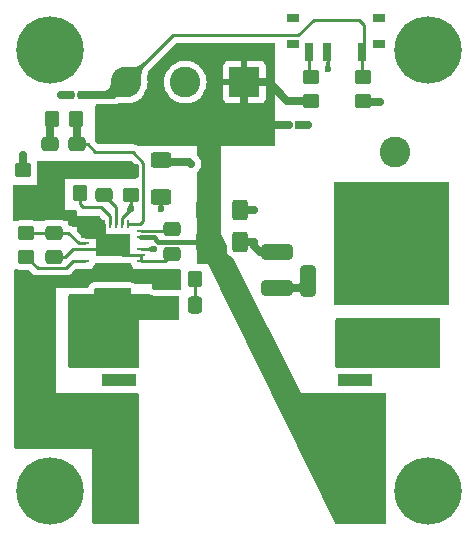
<source format=gbr>
%TF.GenerationSoftware,KiCad,Pcbnew,8.0.3-8.0.3-0~ubuntu22.04.1*%
%TF.CreationDate,2024-06-24T08:31:55-07:00*%
%TF.ProjectId,converter,636f6e76-6572-4746-9572-2e6b69636164,0.1*%
%TF.SameCoordinates,Original*%
%TF.FileFunction,Copper,L1,Top*%
%TF.FilePolarity,Positive*%
%FSLAX46Y46*%
G04 Gerber Fmt 4.6, Leading zero omitted, Abs format (unit mm)*
G04 Created by KiCad (PCBNEW 8.0.3-8.0.3-0~ubuntu22.04.1) date 2024-06-24 08:31:55*
%MOMM*%
%LPD*%
G01*
G04 APERTURE LIST*
G04 Aperture macros list*
%AMRoundRect*
0 Rectangle with rounded corners*
0 $1 Rounding radius*
0 $2 $3 $4 $5 $6 $7 $8 $9 X,Y pos of 4 corners*
0 Add a 4 corners polygon primitive as box body*
4,1,4,$2,$3,$4,$5,$6,$7,$8,$9,$2,$3,0*
0 Add four circle primitives for the rounded corners*
1,1,$1+$1,$2,$3*
1,1,$1+$1,$4,$5*
1,1,$1+$1,$6,$7*
1,1,$1+$1,$8,$9*
0 Add four rect primitives between the rounded corners*
20,1,$1+$1,$2,$3,$4,$5,0*
20,1,$1+$1,$4,$5,$6,$7,0*
20,1,$1+$1,$6,$7,$8,$9,0*
20,1,$1+$1,$8,$9,$2,$3,0*%
G04 Aperture macros list end*
%TA.AperFunction,SMDPad,CuDef*%
%ADD10RoundRect,0.250000X-0.400000X-0.625000X0.400000X-0.625000X0.400000X0.625000X-0.400000X0.625000X0*%
%TD*%
%TA.AperFunction,SMDPad,CuDef*%
%ADD11RoundRect,0.250000X-0.625000X0.400000X-0.625000X-0.400000X0.625000X-0.400000X0.625000X0.400000X0*%
%TD*%
%TA.AperFunction,SMDPad,CuDef*%
%ADD12RoundRect,0.250000X-0.475000X0.337500X-0.475000X-0.337500X0.475000X-0.337500X0.475000X0.337500X0*%
%TD*%
%TA.AperFunction,ComponentPad*%
%ADD13R,2.600000X2.600000*%
%TD*%
%TA.AperFunction,ComponentPad*%
%ADD14C,2.600000*%
%TD*%
%TA.AperFunction,SMDPad,CuDef*%
%ADD15R,0.700000X0.250000*%
%TD*%
%TA.AperFunction,SMDPad,CuDef*%
%ADD16R,0.250000X0.700000*%
%TD*%
%TA.AperFunction,SMDPad,CuDef*%
%ADD17R,3.000000X1.880000*%
%TD*%
%TA.AperFunction,SMDPad,CuDef*%
%ADD18R,3.000000X1.530000*%
%TD*%
%TA.AperFunction,SMDPad,CuDef*%
%ADD19RoundRect,0.250000X0.475000X-0.337500X0.475000X0.337500X-0.475000X0.337500X-0.475000X-0.337500X0*%
%TD*%
%TA.AperFunction,SMDPad,CuDef*%
%ADD20RoundRect,0.250000X0.350000X0.450000X-0.350000X0.450000X-0.350000X-0.450000X0.350000X-0.450000X0*%
%TD*%
%TA.AperFunction,SMDPad,CuDef*%
%ADD21RoundRect,0.050000X0.150000X0.300000X-0.150000X0.300000X-0.150000X-0.300000X0.150000X-0.300000X0*%
%TD*%
%TA.AperFunction,SMDPad,CuDef*%
%ADD22RoundRect,0.250000X-0.900000X1.500000X-0.900000X-1.500000X0.900000X-1.500000X0.900000X1.500000X0*%
%TD*%
%TA.AperFunction,SMDPad,CuDef*%
%ADD23RoundRect,0.250000X-0.300000X-0.300000X0.300000X-0.300000X0.300000X0.300000X-0.300000X0.300000X0*%
%TD*%
%TA.AperFunction,ComponentPad*%
%ADD24C,3.600000*%
%TD*%
%TA.AperFunction,ConnectorPad*%
%ADD25C,5.700000*%
%TD*%
%TA.AperFunction,SMDPad,CuDef*%
%ADD26RoundRect,0.250000X-0.450000X0.350000X-0.450000X-0.350000X0.450000X-0.350000X0.450000X0.350000X0*%
%TD*%
%TA.AperFunction,SMDPad,CuDef*%
%ADD27RoundRect,0.050000X-0.150000X-0.300000X0.150000X-0.300000X0.150000X0.300000X-0.150000X0.300000X0*%
%TD*%
%TA.AperFunction,SMDPad,CuDef*%
%ADD28RoundRect,0.250000X0.337500X0.475000X-0.337500X0.475000X-0.337500X-0.475000X0.337500X-0.475000X0*%
%TD*%
%TA.AperFunction,SMDPad,CuDef*%
%ADD29RoundRect,0.250000X0.450000X-0.350000X0.450000X0.350000X-0.450000X0.350000X-0.450000X-0.350000X0*%
%TD*%
%TA.AperFunction,SMDPad,CuDef*%
%ADD30R,2.950000X1.000000*%
%TD*%
%TA.AperFunction,SMDPad,CuDef*%
%ADD31R,1.000000X0.800000*%
%TD*%
%TA.AperFunction,SMDPad,CuDef*%
%ADD32R,0.700000X1.500000*%
%TD*%
%TA.AperFunction,SMDPad,CuDef*%
%ADD33RoundRect,0.250000X0.400000X1.075000X-0.400000X1.075000X-0.400000X-1.075000X0.400000X-1.075000X0*%
%TD*%
%TA.AperFunction,SMDPad,CuDef*%
%ADD34RoundRect,0.250000X-0.350000X-0.450000X0.350000X-0.450000X0.350000X0.450000X-0.350000X0.450000X0*%
%TD*%
%TA.AperFunction,SMDPad,CuDef*%
%ADD35RoundRect,0.250000X1.075000X-0.400000X1.075000X0.400000X-1.075000X0.400000X-1.075000X-0.400000X0*%
%TD*%
%TA.AperFunction,ViaPad*%
%ADD36C,0.600000*%
%TD*%
%TA.AperFunction,Conductor*%
%ADD37C,0.254000*%
%TD*%
%TA.AperFunction,Conductor*%
%ADD38C,0.635000*%
%TD*%
%TA.AperFunction,Conductor*%
%ADD39C,0.381000*%
%TD*%
G04 APERTURE END LIST*
D10*
%TO.P,C1,1*%
%TO.N,+5V*%
X99337000Y-66802000D03*
%TO.P,C1,2*%
%TO.N,GND*%
X102437000Y-66802000D03*
%TD*%
D11*
%TO.P,R8,1*%
%TO.N,HV*%
X95758000Y-59918000D03*
%TO.P,R8,2*%
%TO.N,Net-(U1-FBX)*%
X95758000Y-63018000D03*
%TD*%
D12*
%TO.P,C5,1*%
%TO.N,Net-(C5-Pad1)*%
X86360000Y-58525500D03*
%TO.P,C5,2*%
%TO.N,Net-(U1-SYNC)*%
X86360000Y-60600500D03*
%TD*%
D13*
%TO.P,J2,1,Pin_1*%
%TO.N,HV*%
X115570000Y-64222000D03*
D14*
%TO.P,J2,2,Pin_2*%
%TO.N,GND*%
X115570000Y-59222000D03*
%TD*%
D15*
%TO.P,U1,1,NC*%
%TO.N,Net-(U1-SYNC)*%
X89266000Y-65928000D03*
%TO.P,U1,2,NC*%
X89266000Y-66428000D03*
%TO.P,U1,3,SENSE2*%
%TO.N,Net-(U1-SENSE2)*%
X89266000Y-66928000D03*
%TO.P,U1,4,SGND*%
%TO.N,Net-(U1-SYNC)*%
X89266000Y-67428000D03*
%TO.P,U1,6,SENSE1*%
%TO.N,Net-(U1-SENSE1)*%
X89266000Y-68428000D03*
%TO.P,U1,8,SW*%
%TO.N,Net-(D3-K)*%
X89266000Y-69428000D03*
%TO.P,U1,9,SW*%
X89266000Y-69928000D03*
%TO.P,U1,10,NC*%
X89266000Y-70428000D03*
D16*
%TO.P,U1,12,GND*%
%TO.N,GND*%
X90416000Y-71078000D03*
%TO.P,U1,13,GND*%
X90916000Y-71078000D03*
%TO.P,U1,14,GND*%
X91416000Y-71078000D03*
%TO.P,U1,15,GND*%
X91916000Y-71078000D03*
%TO.P,U1,16,GND*%
X92416000Y-71078000D03*
%TO.P,U1,17,GND*%
X92916000Y-71078000D03*
D15*
%TO.P,U1,20,SW*%
%TO.N,Net-(D3-K)*%
X94066000Y-69928000D03*
%TO.P,U1,21,SW*%
X94066000Y-69428000D03*
%TO.P,U1,23,SGND*%
%TO.N,Net-(U1-SYNC)*%
X94066000Y-68428000D03*
%TO.P,U1,24,SGND*%
X94066000Y-67928000D03*
%TO.P,U1,25,EN/UVLO*%
%TO.N,UVLO*%
X94066000Y-67428000D03*
%TO.P,U1,27,VIN*%
%TO.N,+5V*%
X94066000Y-66428000D03*
%TO.P,U1,28,INTVCC*%
%TO.N,Net-(U1-INTVCC)*%
X94066000Y-65928000D03*
D16*
%TO.P,U1,30,VC*%
%TO.N,Net-(U1-VC)*%
X92916000Y-65278000D03*
%TO.P,U1,31,FBX*%
%TO.N,Net-(U1-FBX)*%
X92416000Y-65278000D03*
%TO.P,U1,32,SS*%
%TO.N,Net-(U1-SS)*%
X91916000Y-65278000D03*
%TO.P,U1,33,RT*%
%TO.N,Net-(U1-RT)*%
X91416000Y-65278000D03*
%TO.P,U1,34,SYNC*%
%TO.N,Net-(U1-SYNC)*%
X90916000Y-65278000D03*
%TO.P,U1,35,NC*%
X90416000Y-65278000D03*
%TO.P,U1,36,NC*%
X89916000Y-65278000D03*
D17*
%TO.P,U1,37,SGND*%
X91666000Y-67118000D03*
D18*
%TO.P,U1,38,SW*%
%TO.N,Net-(D3-K)*%
X91666000Y-69423000D03*
%TD*%
D19*
%TO.P,C3,1*%
%TO.N,Net-(U1-SS)*%
X90932000Y-62865000D03*
%TO.P,C3,2*%
%TO.N,Net-(U1-SYNC)*%
X90932000Y-60790000D03*
%TD*%
D20*
%TO.P,R4,1*%
%TO.N,Net-(U1-RT)*%
X88884000Y-62716500D03*
%TO.P,R4,2*%
%TO.N,Net-(U1-SYNC)*%
X86884000Y-62716500D03*
%TD*%
D21*
%TO.P,D2,1,A1*%
%TO.N,HVEN*%
X88869000Y-54356000D03*
%TO.P,D2,2,A2*%
%TO.N,GND*%
X88169000Y-54356000D03*
%TD*%
D22*
%TO.P,D4,1,K*%
%TO.N,HV*%
X117094000Y-69944000D03*
%TO.P,D4,2,A*%
%TO.N,Net-(D4-A)*%
X117094000Y-75344000D03*
%TD*%
D12*
%TO.P,C7,1*%
%TO.N,Net-(U1-INTVCC)*%
X96672400Y-65764500D03*
%TO.P,C7,2*%
%TO.N,Net-(U1-SYNC)*%
X96672400Y-67839500D03*
%TD*%
D23*
%TO.P,D3,1,K*%
%TO.N,Net-(D3-K)*%
X85976000Y-75184000D03*
%TO.P,D3,2,A*%
%TO.N,GND*%
X88776000Y-75184000D03*
%TD*%
D24*
%TO.P,H3,1*%
%TO.N,N/C*%
X86360000Y-50546000D03*
D25*
X86360000Y-50546000D03*
%TD*%
D26*
%TO.P,R2,1*%
%TO.N,HVEN*%
X112814000Y-52864000D03*
%TO.P,R2,2*%
%TO.N,GND*%
X112814000Y-54864000D03*
%TD*%
D27*
%TO.P,D1,1,A1*%
%TO.N,+5V*%
X106584000Y-56896000D03*
%TO.P,D1,2,A2*%
%TO.N,GND*%
X107284000Y-56896000D03*
%TD*%
D20*
%TO.P,R6,1*%
%TO.N,Net-(U1-VC)*%
X88503000Y-56388000D03*
%TO.P,R6,2*%
%TO.N,Net-(C5-Pad1)*%
X86503000Y-56388000D03*
%TD*%
D12*
%TO.P,C8,1*%
%TO.N,Net-(U1-SENSE2)*%
X86692000Y-66040000D03*
%TO.P,C8,2*%
%TO.N,Net-(U1-SYNC)*%
X86692000Y-68115000D03*
%TD*%
D28*
%TO.P,C6,1*%
%TO.N,Net-(C6-Pad1)*%
X98651500Y-72136000D03*
%TO.P,C6,2*%
%TO.N,GND*%
X96576500Y-72136000D03*
%TD*%
D24*
%TO.P,H2,1*%
%TO.N,N/C*%
X118364000Y-87884000D03*
D25*
X118364000Y-87884000D03*
%TD*%
D29*
%TO.P,R9,1*%
%TO.N,Net-(U1-FBX)*%
X93218000Y-62849000D03*
%TO.P,R9,2*%
%TO.N,Net-(U1-SYNC)*%
X93218000Y-60849000D03*
%TD*%
D26*
%TO.P,R1,1*%
%TO.N,Net-(SW1-C)*%
X108458000Y-52873400D03*
%TO.P,R1,2*%
%TO.N,+5V*%
X108458000Y-54873400D03*
%TD*%
D29*
%TO.P,R7,1*%
%TO.N,Net-(U1-SENSE1)*%
X84328000Y-68077500D03*
%TO.P,R7,2*%
%TO.N,Net-(U1-SENSE2)*%
X84328000Y-66077500D03*
%TD*%
D30*
%TO.P,TR1,1*%
%TO.N,GND*%
X92219000Y-76046000D03*
%TO.P,TR1,2*%
%TO.N,N/C*%
X92219000Y-78546000D03*
%TO.P,TR1,3*%
%TO.N,Net-(D3-K)*%
X92219000Y-81046000D03*
%TO.P,TR1,4*%
X92219000Y-83546000D03*
%TO.P,TR1,5*%
X92219000Y-86046000D03*
%TO.P,TR1,6*%
X92219000Y-88546000D03*
%TO.P,TR1,7*%
%TO.N,+5V*%
X112169000Y-88546000D03*
%TO.P,TR1,8*%
X112169000Y-86046000D03*
%TO.P,TR1,9*%
X112169000Y-83546000D03*
%TO.P,TR1,10*%
X112169000Y-81046000D03*
%TO.P,TR1,11*%
%TO.N,N/C*%
X112169000Y-78546000D03*
%TO.P,TR1,12*%
%TO.N,Net-(D4-A)*%
X112169000Y-76046000D03*
%TD*%
D31*
%TO.P,SW1,*%
%TO.N,*%
X114176000Y-50056000D03*
X114176000Y-47846000D03*
X106876000Y-50056000D03*
X106876000Y-47846000D03*
D32*
%TO.P,SW1,1,A*%
%TO.N,HVEN*%
X112776000Y-50706000D03*
%TO.P,SW1,2,B*%
%TO.N,UVLO*%
X109776000Y-50706000D03*
%TO.P,SW1,3,C*%
%TO.N,Net-(SW1-C)*%
X108276000Y-50706000D03*
%TD*%
D10*
%TO.P,C2,1*%
%TO.N,+5V*%
X99337000Y-64135000D03*
%TO.P,C2,2*%
%TO.N,GND*%
X102437000Y-64135000D03*
%TD*%
D12*
%TO.P,C4,1*%
%TO.N,Net-(U1-VC)*%
X88646000Y-58525500D03*
%TO.P,C4,2*%
%TO.N,Net-(U1-SYNC)*%
X88646000Y-60600500D03*
%TD*%
D13*
%TO.P,J1,1,Pin_1*%
%TO.N,+5V*%
X102790000Y-53289000D03*
D14*
%TO.P,J1,2,Pin_2*%
%TO.N,GND*%
X97790000Y-53289000D03*
%TO.P,J1,3,Pin_3*%
%TO.N,HVEN*%
X92790000Y-53289000D03*
%TD*%
D33*
%TO.P,C9,1*%
%TO.N,HV*%
X111278000Y-70104000D03*
%TO.P,C9,2*%
%TO.N,Net-(C10-Pad1)*%
X108178000Y-70104000D03*
%TD*%
D34*
%TO.P,R5,1*%
%TO.N,Net-(D3-K)*%
X96614000Y-69977000D03*
%TO.P,R5,2*%
%TO.N,Net-(C6-Pad1)*%
X98614000Y-69977000D03*
%TD*%
D24*
%TO.P,H4,1*%
%TO.N,N/C*%
X118364000Y-50546000D03*
D25*
X118364000Y-50546000D03*
%TD*%
D35*
%TO.P,C10,1*%
%TO.N,Net-(C10-Pad1)*%
X105537000Y-70765000D03*
%TO.P,C10,2*%
%TO.N,GND*%
X105537000Y-67665000D03*
%TD*%
D26*
%TO.P,R3,1*%
%TO.N,+5V*%
X84074000Y-60700500D03*
%TO.P,R3,2*%
%TO.N,Net-(U1-SYNC)*%
X84074000Y-62700500D03*
%TD*%
D24*
%TO.P,H1,1*%
%TO.N,N/C*%
X86360000Y-87884000D03*
D25*
X86360000Y-87884000D03*
%TD*%
D36*
%TO.N,GND*%
X88519000Y-71755000D03*
X88519000Y-76962000D03*
X95250000Y-73025000D03*
X88519000Y-73533000D03*
X108204000Y-56896000D03*
X93218000Y-75057000D03*
X87249000Y-54356000D03*
X103632000Y-64135000D03*
X90932000Y-76962000D03*
X95250000Y-71755000D03*
X114300000Y-54991000D03*
X93218000Y-71755000D03*
X103632000Y-66802000D03*
X93218000Y-76962000D03*
X93218000Y-73533000D03*
X90932000Y-73533000D03*
X90932000Y-71755000D03*
X90932000Y-75057000D03*
%TO.N,+5V*%
X84074000Y-59436000D03*
%TO.N,HV*%
X98298000Y-60198000D03*
%TO.N,Net-(U1-FBX)*%
X95758000Y-64008000D03*
X93218000Y-64008000D03*
%TO.N,UVLO*%
X95123000Y-67437000D03*
X109855000Y-52197000D03*
%TD*%
D37*
%TO.N,GND*%
X90416000Y-71078000D02*
X92916000Y-71078000D01*
D38*
X108204000Y-56896000D02*
X107401500Y-56896000D01*
X114300000Y-54991000D02*
X112941000Y-54991000D01*
X112941000Y-54991000D02*
X112814000Y-54864000D01*
X87249000Y-54356000D02*
X88151500Y-54356000D01*
X103632000Y-67183000D02*
X104114000Y-67665000D01*
X103632000Y-64135000D02*
X102362000Y-64135000D01*
X103632000Y-66802000D02*
X102362000Y-66802000D01*
X103632000Y-66802000D02*
X103632000Y-67183000D01*
X104114000Y-67665000D02*
X105537000Y-67665000D01*
D39*
%TO.N,+5V*%
X99412000Y-66802000D02*
X95478600Y-66802000D01*
X95478600Y-66802000D02*
X95122100Y-66445500D01*
D38*
X108458000Y-54873400D02*
X106435400Y-54873400D01*
X104851000Y-53289000D02*
X102790000Y-53289000D01*
X103632000Y-56896000D02*
X106566500Y-56896000D01*
X99337000Y-66802000D02*
X99337000Y-64135000D01*
D39*
X95122100Y-66445500D02*
X94083500Y-66445500D01*
D38*
X106435400Y-54873400D02*
X104851000Y-53289000D01*
X102790000Y-53289000D02*
X102790000Y-56054000D01*
X84074000Y-59436000D02*
X84074000Y-60700500D01*
X102790000Y-56054000D02*
X103632000Y-56896000D01*
D37*
%TO.N,Net-(U1-SS)*%
X91916000Y-65278000D02*
X91916000Y-63849000D01*
X91916000Y-63849000D02*
X90932000Y-62865000D01*
%TO.N,Net-(U1-SYNC)*%
X88274000Y-67428000D02*
X87587000Y-68115000D01*
X94066000Y-68428000D02*
X96083900Y-68428000D01*
X90916000Y-66368000D02*
X90916000Y-65278000D01*
D38*
X90932000Y-60790000D02*
X93159000Y-60790000D01*
D37*
X91356000Y-67428000D02*
X91666000Y-67118000D01*
X94066000Y-67928000D02*
X92476000Y-67928000D01*
X96083900Y-68428000D02*
X96672400Y-67839500D01*
X89266000Y-66428000D02*
X90976000Y-66428000D01*
X90976000Y-66428000D02*
X91666000Y-67118000D01*
X90916000Y-65278000D02*
X90416000Y-65278000D01*
X94066000Y-68428000D02*
X94066000Y-67928000D01*
X90416000Y-65278000D02*
X89916000Y-65278000D01*
X91666000Y-67118000D02*
X90916000Y-66368000D01*
X89266000Y-66428000D02*
X89266000Y-65928000D01*
D38*
X90742500Y-60600500D02*
X90932000Y-60790000D01*
D37*
X89266000Y-67428000D02*
X91356000Y-67428000D01*
D38*
X86360000Y-60600500D02*
X88646000Y-60600500D01*
X88646000Y-60600500D02*
X90742500Y-60600500D01*
D37*
X87587000Y-68115000D02*
X86692000Y-68115000D01*
X92476000Y-67928000D02*
X91666000Y-67118000D01*
D38*
X93159000Y-60790000D02*
X93218000Y-60849000D01*
D37*
X89266000Y-67428000D02*
X88274000Y-67428000D01*
X84090000Y-62716500D02*
X84074000Y-62700500D01*
%TO.N,Net-(U1-VC)*%
X89513500Y-58525500D02*
X88646000Y-58525500D01*
X92916000Y-65278000D02*
X93980000Y-65278000D01*
X94245000Y-65013000D02*
X94245000Y-60101454D01*
X93980000Y-65278000D02*
X94245000Y-65013000D01*
X93325546Y-59182000D02*
X90170000Y-59182000D01*
X94245000Y-60101454D02*
X93325546Y-59182000D01*
X90170000Y-59182000D02*
X89513500Y-58525500D01*
D38*
X88646000Y-58525500D02*
X88646000Y-56531000D01*
X88646000Y-56531000D02*
X88503000Y-56388000D01*
%TO.N,Net-(C5-Pad1)*%
X86360000Y-56531000D02*
X86503000Y-56388000D01*
X86360000Y-58525500D02*
X86360000Y-56531000D01*
D37*
%TO.N,Net-(C6-Pad1)*%
X98651500Y-72136000D02*
X98651500Y-70014500D01*
X98651500Y-70014500D02*
X98614000Y-69977000D01*
%TO.N,Net-(U1-INTVCC)*%
X96508900Y-65928000D02*
X96672400Y-65764500D01*
X94066000Y-65928000D02*
X96508900Y-65928000D01*
%TO.N,Net-(U1-SENSE2)*%
X88772000Y-66928000D02*
X87884000Y-66040000D01*
X87884000Y-66040000D02*
X86692000Y-66040000D01*
X89266000Y-66928000D02*
X88772000Y-66928000D01*
X84365500Y-66040000D02*
X84328000Y-66077500D01*
X86692000Y-66040000D02*
X84365500Y-66040000D01*
D38*
%TO.N,Net-(C10-Pad1)*%
X107517000Y-70765000D02*
X108178000Y-70104000D01*
X105537000Y-70765000D02*
X107517000Y-70765000D01*
%TO.N,HV*%
X98118000Y-60018000D02*
X98298000Y-60198000D01*
X95758000Y-60018000D02*
X98118000Y-60018000D01*
D37*
%TO.N,Net-(SW1-C)*%
X108276000Y-52691400D02*
X108458000Y-52873400D01*
X108276000Y-50706000D02*
X108276000Y-52691400D01*
D38*
%TO.N,HVEN*%
X92790000Y-53289000D02*
X92761000Y-53289000D01*
D37*
X112776000Y-52826000D02*
X112814000Y-52864000D01*
X107367616Y-49321692D02*
X108650308Y-48039000D01*
X96757308Y-49321692D02*
X107367616Y-49321692D01*
D38*
X91694000Y-54356000D02*
X88986500Y-54356000D01*
D37*
X112776000Y-50706000D02*
X112776000Y-52826000D01*
X112933000Y-48470000D02*
X112933000Y-50549000D01*
X112933000Y-50549000D02*
X112776000Y-50706000D01*
D38*
X92761000Y-53289000D02*
X91694000Y-54356000D01*
D37*
X112502000Y-48039000D02*
X112933000Y-48470000D01*
X92790000Y-53289000D02*
X96757308Y-49321692D01*
X108650308Y-48039000D02*
X112502000Y-48039000D01*
%TO.N,Net-(U1-RT)*%
X91416000Y-64649000D02*
X90648000Y-63881000D01*
X91416000Y-65278000D02*
X91416000Y-64649000D01*
X88884000Y-63611000D02*
X88884000Y-62716500D01*
X90648000Y-63881000D02*
X89154000Y-63881000D01*
X89154000Y-63881000D02*
X88884000Y-63611000D01*
%TO.N,Net-(U1-SENSE1)*%
X85280000Y-69029500D02*
X87688500Y-69029500D01*
X88290000Y-68428000D02*
X89266000Y-68428000D01*
X84328000Y-68077500D02*
X85280000Y-69029500D01*
X87688500Y-69029500D02*
X88290000Y-68428000D01*
%TO.N,Net-(U1-FBX)*%
X95758000Y-64008000D02*
X95758000Y-62918000D01*
X93218000Y-64008000D02*
X93218000Y-62849000D01*
X92416000Y-64810000D02*
X92416000Y-65278000D01*
X93218000Y-64008000D02*
X92416000Y-64810000D01*
%TO.N,UVLO*%
X109855000Y-50785000D02*
X109776000Y-50706000D01*
X95114000Y-67428000D02*
X95123000Y-67437000D01*
X109855000Y-52197000D02*
X109855000Y-50785000D01*
X94066000Y-67428000D02*
X95114000Y-67428000D01*
%TO.N,Net-(D3-K)*%
X89266000Y-69928000D02*
X89266000Y-70428000D01*
X89266000Y-69928000D02*
X91161000Y-69928000D01*
X89266000Y-69428000D02*
X91661000Y-69428000D01*
X91661000Y-69428000D02*
X91666000Y-69423000D01*
X92171000Y-69928000D02*
X91666000Y-69423000D01*
X91161000Y-69928000D02*
X91666000Y-69423000D01*
X94066000Y-69928000D02*
X92171000Y-69928000D01*
X94066000Y-69428000D02*
X91671000Y-69428000D01*
X96565000Y-69928000D02*
X96614000Y-69977000D01*
X94066000Y-69928000D02*
X94066000Y-69428000D01*
X94066000Y-69928000D02*
X96565000Y-69928000D01*
X89266000Y-69928000D02*
X89266000Y-69428000D01*
X91671000Y-69428000D02*
X91666000Y-69423000D01*
%TD*%
%TA.AperFunction,Conductor*%
%TO.N,Net-(U1-FBX)*%
G36*
X95882145Y-63411427D02*
G01*
X95885557Y-63419114D01*
X95891286Y-63533445D01*
X95891286Y-63533448D01*
X95891287Y-63533453D01*
X95909869Y-63620924D01*
X95940323Y-63694188D01*
X95940325Y-63694191D01*
X95982121Y-63776807D01*
X95982328Y-63777238D01*
X96030156Y-63882204D01*
X96030468Y-63891153D01*
X96024360Y-63897702D01*
X96024020Y-63897851D01*
X95762511Y-64007115D01*
X95753556Y-64007142D01*
X95753489Y-64007115D01*
X95625701Y-63953722D01*
X95491978Y-63897850D01*
X95485667Y-63891499D01*
X95485694Y-63882544D01*
X95485820Y-63882255D01*
X95533692Y-63777188D01*
X95533852Y-63776855D01*
X95575676Y-63694188D01*
X95606130Y-63620924D01*
X95624712Y-63533453D01*
X95630443Y-63419114D01*
X95634279Y-63411023D01*
X95642128Y-63408000D01*
X95873872Y-63408000D01*
X95882145Y-63411427D01*
G37*
%TD.AperFunction*%
%TD*%
%TA.AperFunction,Conductor*%
%TO.N,+5V*%
G36*
X100838000Y-66167001D02*
G01*
X101273409Y-67037819D01*
X101286500Y-67093273D01*
X101286500Y-67477001D01*
X101286501Y-67477019D01*
X101297000Y-67579796D01*
X101297001Y-67579799D01*
X101352185Y-67746331D01*
X101352186Y-67746334D01*
X101444288Y-67895656D01*
X101568344Y-68019712D01*
X101717666Y-68111814D01*
X101779947Y-68132452D01*
X101837391Y-68172223D01*
X101851851Y-68194703D01*
X107568998Y-79628998D01*
X107568999Y-79628999D01*
X107569000Y-79629000D01*
X114684000Y-79629000D01*
X114751039Y-79648685D01*
X114796794Y-79701489D01*
X114808000Y-79753000D01*
X114808000Y-90554000D01*
X114788315Y-90621039D01*
X114735511Y-90666794D01*
X114684000Y-90678000D01*
X110567234Y-90678000D01*
X110500195Y-90658315D01*
X110455942Y-90608681D01*
X99695000Y-68707000D01*
X98930000Y-68707000D01*
X98862961Y-68687315D01*
X98817206Y-68634511D01*
X98806000Y-68583000D01*
X98806000Y-60898189D01*
X98825685Y-60831150D01*
X98842319Y-60810508D01*
X98933379Y-60719447D01*
X98933382Y-60719444D01*
X99022902Y-60585468D01*
X99084564Y-60436602D01*
X99116000Y-60278565D01*
X99116000Y-60117434D01*
X99116000Y-60117431D01*
X99084565Y-59959404D01*
X99084564Y-59959398D01*
X99022902Y-59810531D01*
X99022900Y-59810529D01*
X99022900Y-59810527D01*
X98933382Y-59676555D01*
X98933379Y-59676551D01*
X98842319Y-59585491D01*
X98808834Y-59524168D01*
X98806000Y-59497810D01*
X98806000Y-58674000D01*
X100838000Y-58674000D01*
X100838000Y-66167001D01*
G37*
%TD.AperFunction*%
%TD*%
%TA.AperFunction,Conductor*%
%TO.N,Net-(U1-SYNC)*%
G36*
X93215804Y-59963685D02*
G01*
X93236446Y-59980319D01*
X93581181Y-60325054D01*
X93614666Y-60386377D01*
X93617500Y-60412735D01*
X93617500Y-61344000D01*
X93597815Y-61411039D01*
X93545011Y-61456794D01*
X93493500Y-61468000D01*
X87630000Y-61468000D01*
X87630000Y-64135000D01*
X88469219Y-64135000D01*
X88536258Y-64154685D01*
X88556900Y-64171319D01*
X88609681Y-64224100D01*
X88643166Y-64285423D01*
X88646000Y-64311781D01*
X88646000Y-64643000D01*
X89789000Y-64643000D01*
X89789000Y-66333344D01*
X89723482Y-66308908D01*
X89723483Y-66308908D01*
X89663883Y-66302501D01*
X89663881Y-66302500D01*
X89663873Y-66302500D01*
X89663865Y-66302500D01*
X89350070Y-66302500D01*
X89333881Y-66300905D01*
X89333863Y-66301097D01*
X89327804Y-66300500D01*
X89327803Y-66300500D01*
X89327801Y-66300500D01*
X89083281Y-66300500D01*
X89016242Y-66280815D01*
X88995600Y-66264181D01*
X88682319Y-65950900D01*
X88648834Y-65889577D01*
X88646000Y-65863219D01*
X88646000Y-65532000D01*
X88290809Y-65532000D01*
X88223770Y-65512315D01*
X88221917Y-65511101D01*
X88181241Y-65483921D01*
X88181226Y-65483913D01*
X88125992Y-65461035D01*
X88067035Y-65436614D01*
X88067027Y-65436612D01*
X87983809Y-65420059D01*
X87921898Y-65387674D01*
X87887324Y-65326959D01*
X87884000Y-65298442D01*
X87884000Y-65024000D01*
X87525397Y-65024000D01*
X87486393Y-65017706D01*
X87486335Y-65017686D01*
X87486334Y-65017686D01*
X87319797Y-64962501D01*
X87319795Y-64962500D01*
X87217010Y-64952000D01*
X86166998Y-64952000D01*
X86166980Y-64952001D01*
X86064203Y-64962500D01*
X86064200Y-64962501D01*
X85949463Y-65000521D01*
X85897666Y-65017686D01*
X85897664Y-65017686D01*
X85897607Y-65017706D01*
X85858603Y-65024000D01*
X85060953Y-65024000D01*
X85021949Y-65017706D01*
X85021889Y-65017686D01*
X84930797Y-64987501D01*
X84930795Y-64987500D01*
X84828010Y-64977000D01*
X83827998Y-64977000D01*
X83827980Y-64977001D01*
X83725202Y-64987500D01*
X83634051Y-65017706D01*
X83595047Y-65024000D01*
X83309500Y-65024000D01*
X83242461Y-65004315D01*
X83196706Y-64951511D01*
X83185500Y-64900000D01*
X83185500Y-62100000D01*
X83205185Y-62032961D01*
X83257989Y-61987206D01*
X83309500Y-61976000D01*
X85217000Y-61976000D01*
X85217000Y-61365139D01*
X85223294Y-61326135D01*
X85263999Y-61203297D01*
X85274500Y-61100509D01*
X85274499Y-60300492D01*
X85263999Y-60197703D01*
X85263666Y-60196698D01*
X85233945Y-60107003D01*
X85231543Y-60037175D01*
X85267275Y-59977133D01*
X85329796Y-59945941D01*
X85351651Y-59944000D01*
X93148765Y-59944000D01*
X93215804Y-59963685D01*
G37*
%TD.AperFunction*%
%TD*%
%TA.AperFunction,Conductor*%
%TO.N,GND*%
G36*
X94772101Y-71266685D02*
G01*
X94772300Y-71266834D01*
X94779667Y-71271569D01*
X94873919Y-71314613D01*
X94910541Y-71331338D01*
X94977580Y-71351023D01*
X94977584Y-71351024D01*
X95120000Y-71371500D01*
X95120003Y-71371500D01*
X97158000Y-71371500D01*
X97225039Y-71391185D01*
X97270794Y-71443989D01*
X97282000Y-71495500D01*
X97282000Y-73282000D01*
X97262315Y-73349039D01*
X97209511Y-73394794D01*
X97158000Y-73406000D01*
X93853000Y-73406000D01*
X93853000Y-77346000D01*
X93833315Y-77413039D01*
X93780511Y-77458794D01*
X93729000Y-77470000D01*
X88008000Y-77470000D01*
X87940961Y-77450315D01*
X87895206Y-77397511D01*
X87884000Y-77346000D01*
X87884000Y-71371000D01*
X87903685Y-71303961D01*
X87956489Y-71258206D01*
X88008000Y-71247000D01*
X90043000Y-71247000D01*
X93218000Y-71247000D01*
X94705062Y-71247000D01*
X94772101Y-71266685D01*
G37*
%TD.AperFunction*%
%TD*%
%TA.AperFunction,Conductor*%
%TO.N,Net-(U1-FBX)*%
G36*
X93342145Y-63411427D02*
G01*
X93345557Y-63419114D01*
X93351286Y-63533445D01*
X93351286Y-63533448D01*
X93351287Y-63533453D01*
X93369869Y-63620924D01*
X93400323Y-63694188D01*
X93400325Y-63694191D01*
X93442121Y-63776807D01*
X93442328Y-63777238D01*
X93490156Y-63882204D01*
X93490468Y-63891153D01*
X93484360Y-63897702D01*
X93484020Y-63897851D01*
X93222511Y-64007115D01*
X93213556Y-64007142D01*
X93213489Y-64007115D01*
X93085701Y-63953722D01*
X92951978Y-63897850D01*
X92945667Y-63891499D01*
X92945694Y-63882544D01*
X92945820Y-63882255D01*
X92993692Y-63777188D01*
X92993852Y-63776855D01*
X93035676Y-63694188D01*
X93066130Y-63620924D01*
X93084712Y-63533453D01*
X93090443Y-63419114D01*
X93094279Y-63411023D01*
X93102128Y-63408000D01*
X93333872Y-63408000D01*
X93342145Y-63411427D01*
G37*
%TD.AperFunction*%
%TD*%
%TA.AperFunction,Conductor*%
%TO.N,UVLO*%
G36*
X109979145Y-51600427D02*
G01*
X109982557Y-51608114D01*
X109988286Y-51722445D01*
X109988286Y-51722448D01*
X109988287Y-51722453D01*
X110006869Y-51809924D01*
X110037323Y-51883188D01*
X110037325Y-51883191D01*
X110079121Y-51965807D01*
X110079328Y-51966238D01*
X110127156Y-52071204D01*
X110127468Y-52080153D01*
X110121360Y-52086702D01*
X110121020Y-52086851D01*
X109859511Y-52196115D01*
X109850556Y-52196142D01*
X109850489Y-52196115D01*
X109722701Y-52142722D01*
X109588978Y-52086850D01*
X109582667Y-52080499D01*
X109582694Y-52071544D01*
X109582820Y-52071255D01*
X109630692Y-51966188D01*
X109630852Y-51965855D01*
X109672676Y-51883188D01*
X109703130Y-51809924D01*
X109721712Y-51722453D01*
X109727443Y-51608114D01*
X109731279Y-51600023D01*
X109739128Y-51597000D01*
X109970872Y-51597000D01*
X109979145Y-51600427D01*
G37*
%TD.AperFunction*%
%TD*%
%TA.AperFunction,Conductor*%
%TO.N,UVLO*%
G36*
X95012703Y-67170637D02*
G01*
X95012820Y-67170907D01*
X95122115Y-67432489D01*
X95122142Y-67441444D01*
X95122115Y-67441511D01*
X95012885Y-67702937D01*
X95006533Y-67709249D01*
X94997578Y-67709222D01*
X94997159Y-67709037D01*
X94984029Y-67702937D01*
X94892368Y-67660353D01*
X94891783Y-67660061D01*
X94809760Y-67616069D01*
X94809747Y-67616063D01*
X94737172Y-67582981D01*
X94737170Y-67582980D01*
X94737169Y-67582980D01*
X94650209Y-67562204D01*
X94620880Y-67560519D01*
X94535819Y-67555633D01*
X94527756Y-67551737D01*
X94524790Y-67543952D01*
X94524790Y-67312201D01*
X94528217Y-67303928D01*
X94535980Y-67300512D01*
X94649421Y-67295569D01*
X94736727Y-67279061D01*
X94810057Y-67251152D01*
X94892628Y-67211582D01*
X94892867Y-67211471D01*
X94997244Y-67164738D01*
X95006194Y-67164486D01*
X95012703Y-67170637D01*
G37*
%TD.AperFunction*%
%TD*%
%TA.AperFunction,Conductor*%
%TO.N,GND*%
G36*
X93161039Y-70758685D02*
G01*
X93206794Y-70811489D01*
X93218000Y-70863000D01*
X93218000Y-71247000D01*
X90043000Y-71247000D01*
X90043000Y-70863000D01*
X90062685Y-70795961D01*
X90115489Y-70750206D01*
X90167000Y-70739000D01*
X93094000Y-70739000D01*
X93161039Y-70758685D01*
G37*
%TD.AperFunction*%
%TD*%
%TA.AperFunction,Conductor*%
%TO.N,HVEN*%
G36*
X94323368Y-51590691D02*
G01*
X94488307Y-51755630D01*
X94491734Y-51763903D01*
X94489240Y-51771124D01*
X94224033Y-52109253D01*
X94101294Y-52430749D01*
X94101294Y-52430751D01*
X94071352Y-52745551D01*
X94071352Y-52745566D01*
X94078119Y-53071482D01*
X94078115Y-53072138D01*
X94065993Y-53415093D01*
X94062276Y-53423240D01*
X94053887Y-53426373D01*
X94053043Y-53426312D01*
X92798694Y-53290723D01*
X92790837Y-53286427D01*
X92788314Y-53280303D01*
X92657337Y-52021252D01*
X92659889Y-52012671D01*
X92667763Y-52008407D01*
X92668593Y-52008350D01*
X93011352Y-51997447D01*
X93011964Y-51997445D01*
X93337161Y-52005112D01*
X93650846Y-51975903D01*
X93971032Y-51853942D01*
X94307878Y-51589757D01*
X94316499Y-51587349D01*
X94323368Y-51590691D01*
G37*
%TD.AperFunction*%
%TD*%
%TA.AperFunction,Conductor*%
%TO.N,Net-(U1-FBX)*%
G36*
X92951985Y-63897773D02*
G01*
X93122074Y-63967614D01*
X93214184Y-64005436D01*
X93220536Y-64011748D01*
X93220563Y-64011815D01*
X93328217Y-64273991D01*
X93328190Y-64282946D01*
X93321838Y-64289258D01*
X93321492Y-64289394D01*
X93213443Y-64329798D01*
X93212993Y-64329956D01*
X93125017Y-64358821D01*
X93051685Y-64389089D01*
X93051682Y-64389090D01*
X92976696Y-64437799D01*
X92891791Y-64514600D01*
X92883356Y-64517608D01*
X92875669Y-64514196D01*
X92711803Y-64350330D01*
X92708376Y-64342057D01*
X92711399Y-64334208D01*
X92752057Y-64289258D01*
X92788196Y-64249305D01*
X92836908Y-64174315D01*
X92867179Y-64100975D01*
X92896054Y-64012965D01*
X92896185Y-64012592D01*
X92936606Y-63904505D01*
X92942713Y-63897958D01*
X92951662Y-63897646D01*
X92951985Y-63897773D01*
G37*
%TD.AperFunction*%
%TD*%
%TA.AperFunction,Conductor*%
%TO.N,Net-(U1-SYNC)*%
G36*
X90538258Y-64662685D02*
G01*
X90558900Y-64679319D01*
X90752181Y-64872600D01*
X90785666Y-64933923D01*
X90788500Y-64960281D01*
X90788500Y-65339799D01*
X90789097Y-65345860D01*
X90788905Y-65345878D01*
X90790500Y-65362068D01*
X90790500Y-65675869D01*
X90790501Y-65675876D01*
X90796908Y-65735483D01*
X90847202Y-65870328D01*
X90847206Y-65870335D01*
X90933452Y-65985544D01*
X90933455Y-65985547D01*
X91048664Y-66071793D01*
X91048673Y-66071798D01*
X91105332Y-66092930D01*
X91161266Y-66134800D01*
X91185684Y-66200264D01*
X91186000Y-66209112D01*
X91186000Y-66424000D01*
X91166315Y-66491039D01*
X91113511Y-66536794D01*
X91062000Y-66548000D01*
X90112381Y-66548000D01*
X90045342Y-66528315D01*
X90013116Y-66498313D01*
X89973546Y-66445454D01*
X89944887Y-66424000D01*
X89858335Y-66359206D01*
X89858328Y-66359202D01*
X89789000Y-66333344D01*
X89789000Y-64643000D01*
X90471219Y-64643000D01*
X90538258Y-64662685D01*
G37*
%TD.AperFunction*%
%TD*%
%TA.AperFunction,Conductor*%
%TO.N,HV*%
G36*
X120085039Y-61741685D02*
G01*
X120130794Y-61794489D01*
X120142000Y-61846000D01*
X120142000Y-72012000D01*
X120122315Y-72079039D01*
X120069511Y-72124794D01*
X120018000Y-72136000D01*
X110487000Y-72136000D01*
X110419961Y-72116315D01*
X110374206Y-72063511D01*
X110363000Y-72012000D01*
X110363000Y-61846000D01*
X110382685Y-61778961D01*
X110435489Y-61733206D01*
X110487000Y-61722000D01*
X120018000Y-61722000D01*
X120085039Y-61741685D01*
G37*
%TD.AperFunction*%
%TD*%
%TA.AperFunction,Conductor*%
%TO.N,+5V*%
G36*
X105353039Y-49968877D02*
G01*
X105398794Y-50021681D01*
X105410000Y-50073192D01*
X105410000Y-58550000D01*
X105390315Y-58617039D01*
X105337511Y-58662794D01*
X105286000Y-58674000D01*
X93732355Y-58674000D01*
X93665316Y-58654315D01*
X93663463Y-58653101D01*
X93622787Y-58625921D01*
X93622772Y-58625913D01*
X93589331Y-58612062D01*
X93508581Y-58578614D01*
X93508573Y-58578612D01*
X93387353Y-58554500D01*
X93387349Y-58554500D01*
X90481281Y-58554500D01*
X90414242Y-58534815D01*
X90393600Y-58518181D01*
X90206319Y-58330900D01*
X90172834Y-58269577D01*
X90170000Y-58243219D01*
X90170000Y-55298000D01*
X90189685Y-55230961D01*
X90242489Y-55185206D01*
X90294000Y-55174000D01*
X90926100Y-55174000D01*
X90938022Y-55174574D01*
X90972277Y-55177884D01*
X91052871Y-55174133D01*
X91058633Y-55174000D01*
X91774567Y-55174000D01*
X91774568Y-55173999D01*
X91932602Y-55142565D01*
X92014581Y-55108608D01*
X92081468Y-55080903D01*
X92082305Y-55080343D01*
X92082898Y-55080138D01*
X92086841Y-55078031D01*
X92087176Y-55078658D01*
X92141647Y-55059809D01*
X92252699Y-55051227D01*
X92272695Y-55051299D01*
X92517733Y-55072043D01*
X92544695Y-55073454D01*
X92556663Y-55074666D01*
X92655071Y-55089500D01*
X92655077Y-55089500D01*
X92924928Y-55089500D01*
X92924929Y-55089500D01*
X92924936Y-55089499D01*
X93191767Y-55049281D01*
X93191768Y-55049280D01*
X93191772Y-55049280D01*
X93449641Y-54969738D01*
X93692775Y-54852651D01*
X93915741Y-54700635D01*
X94113561Y-54517085D01*
X94281815Y-54306102D01*
X94416743Y-54072398D01*
X94515334Y-53821195D01*
X94575383Y-53558103D01*
X94595549Y-53289000D01*
X94595549Y-53288995D01*
X95984451Y-53288995D01*
X95984451Y-53289004D01*
X96004616Y-53558101D01*
X96064664Y-53821188D01*
X96064666Y-53821195D01*
X96110901Y-53939000D01*
X96163257Y-54072398D01*
X96298185Y-54306102D01*
X96402227Y-54436566D01*
X96466442Y-54517089D01*
X96653183Y-54690358D01*
X96664259Y-54700635D01*
X96887226Y-54852651D01*
X97130359Y-54969738D01*
X97388228Y-55049280D01*
X97388229Y-55049280D01*
X97388232Y-55049281D01*
X97655063Y-55089499D01*
X97655068Y-55089499D01*
X97655071Y-55089500D01*
X97655072Y-55089500D01*
X97924928Y-55089500D01*
X97924929Y-55089500D01*
X97924936Y-55089499D01*
X98191767Y-55049281D01*
X98191768Y-55049280D01*
X98191772Y-55049280D01*
X98449641Y-54969738D01*
X98692775Y-54852651D01*
X98915741Y-54700635D01*
X99113561Y-54517085D01*
X99281815Y-54306102D01*
X99416743Y-54072398D01*
X99515334Y-53821195D01*
X99575383Y-53558103D01*
X99595549Y-53289000D01*
X99582957Y-53120973D01*
X99578459Y-53060942D01*
X99575383Y-53019897D01*
X99515334Y-52756805D01*
X99416743Y-52505602D01*
X99281815Y-52271898D01*
X99113561Y-52060915D01*
X99113560Y-52060914D01*
X99113557Y-52060910D01*
X98984491Y-51941155D01*
X100990000Y-51941155D01*
X100990000Y-53039000D01*
X102189999Y-53039000D01*
X102164979Y-53099402D01*
X102140000Y-53224981D01*
X102140000Y-53353019D01*
X102164979Y-53478598D01*
X102189999Y-53539000D01*
X100990000Y-53539000D01*
X100990000Y-54636844D01*
X100996401Y-54696372D01*
X100996403Y-54696379D01*
X101046645Y-54831086D01*
X101046649Y-54831093D01*
X101132809Y-54946187D01*
X101132812Y-54946190D01*
X101247906Y-55032350D01*
X101247913Y-55032354D01*
X101382620Y-55082596D01*
X101382627Y-55082598D01*
X101442155Y-55088999D01*
X101442172Y-55089000D01*
X102540000Y-55089000D01*
X102540000Y-53889001D01*
X102600402Y-53914021D01*
X102725981Y-53939000D01*
X102854019Y-53939000D01*
X102979598Y-53914021D01*
X103040000Y-53889001D01*
X103040000Y-55089000D01*
X104137828Y-55089000D01*
X104137844Y-55088999D01*
X104197372Y-55082598D01*
X104197379Y-55082596D01*
X104332086Y-55032354D01*
X104332093Y-55032350D01*
X104447187Y-54946190D01*
X104447190Y-54946187D01*
X104533350Y-54831093D01*
X104533354Y-54831086D01*
X104583596Y-54696379D01*
X104583598Y-54696372D01*
X104589999Y-54636844D01*
X104590000Y-54636827D01*
X104590000Y-53539000D01*
X103390001Y-53539000D01*
X103415021Y-53478598D01*
X103440000Y-53353019D01*
X103440000Y-53224981D01*
X103415021Y-53099402D01*
X103390001Y-53039000D01*
X104590000Y-53039000D01*
X104590000Y-51941172D01*
X104589999Y-51941155D01*
X104583598Y-51881627D01*
X104583596Y-51881620D01*
X104533354Y-51746913D01*
X104533350Y-51746906D01*
X104447190Y-51631812D01*
X104447187Y-51631809D01*
X104332093Y-51545649D01*
X104332086Y-51545645D01*
X104197379Y-51495403D01*
X104197372Y-51495401D01*
X104137844Y-51489000D01*
X103040000Y-51489000D01*
X103040000Y-52688998D01*
X102979598Y-52663979D01*
X102854019Y-52639000D01*
X102725981Y-52639000D01*
X102600402Y-52663979D01*
X102540000Y-52688998D01*
X102540000Y-51489000D01*
X101442155Y-51489000D01*
X101382627Y-51495401D01*
X101382620Y-51495403D01*
X101247913Y-51545645D01*
X101247906Y-51545649D01*
X101132812Y-51631809D01*
X101132809Y-51631812D01*
X101046649Y-51746906D01*
X101046645Y-51746913D01*
X100996403Y-51881620D01*
X100996401Y-51881627D01*
X100990000Y-51941155D01*
X98984491Y-51941155D01*
X98915741Y-51877365D01*
X98692775Y-51725349D01*
X98692769Y-51725346D01*
X98692768Y-51725345D01*
X98692767Y-51725344D01*
X98449643Y-51608263D01*
X98449645Y-51608263D01*
X98191773Y-51528720D01*
X98191767Y-51528718D01*
X97924936Y-51488500D01*
X97924929Y-51488500D01*
X97655071Y-51488500D01*
X97655063Y-51488500D01*
X97388232Y-51528718D01*
X97388226Y-51528720D01*
X97130358Y-51608262D01*
X96887230Y-51725346D01*
X96664258Y-51877365D01*
X96466442Y-52060910D01*
X96298185Y-52271898D01*
X96163258Y-52505599D01*
X96163256Y-52505603D01*
X96064666Y-52756804D01*
X96064664Y-52756811D01*
X96004616Y-53019898D01*
X95984451Y-53288995D01*
X94595549Y-53288995D01*
X94582956Y-53120967D01*
X94582687Y-53107323D01*
X94583302Y-53089929D01*
X94583605Y-53075275D01*
X94583605Y-53075265D01*
X94583606Y-53075220D01*
X94583610Y-53074564D01*
X94583510Y-53060989D01*
X94577498Y-52771479D01*
X94578028Y-52757164D01*
X94582231Y-52712978D01*
X94596431Y-52563681D01*
X94604026Y-52531210D01*
X94662307Y-52378552D01*
X94680578Y-52346261D01*
X94886990Y-52083094D01*
X94892470Y-52075757D01*
X94904124Y-52062293D01*
X96980908Y-49985511D01*
X97042231Y-49952026D01*
X97068589Y-49949192D01*
X105286000Y-49949192D01*
X105353039Y-49968877D01*
G37*
%TD.AperFunction*%
%TD*%
%TA.AperFunction,Conductor*%
%TO.N,HVEN*%
G36*
X91581040Y-52848971D02*
G01*
X91866035Y-52952615D01*
X92781813Y-53285658D01*
X92788415Y-53291706D01*
X92789344Y-53298634D01*
X92572890Y-54558667D01*
X92568112Y-54566240D01*
X92560372Y-54568344D01*
X92264570Y-54543304D01*
X92264562Y-54543303D01*
X91989550Y-54564558D01*
X91989544Y-54564558D01*
X91704454Y-54609192D01*
X91704167Y-54609233D01*
X91367703Y-54653396D01*
X91366724Y-54653483D01*
X90948781Y-54672930D01*
X90940357Y-54669892D01*
X90936550Y-54661787D01*
X90936537Y-54661243D01*
X90936537Y-54047509D01*
X90939964Y-54039236D01*
X90945244Y-54036198D01*
X91246234Y-53956641D01*
X91404546Y-53745158D01*
X91471195Y-53455192D01*
X91505842Y-53138453D01*
X91506027Y-53137309D01*
X91565599Y-52857526D01*
X91570672Y-52850151D01*
X91579478Y-52848523D01*
X91581040Y-52848971D01*
G37*
%TD.AperFunction*%
%TD*%
%TA.AperFunction,Conductor*%
%TO.N,Net-(D4-A)*%
G36*
X119323039Y-73298685D02*
G01*
X119368794Y-73351489D01*
X119380000Y-73403000D01*
X119380000Y-77346000D01*
X119360315Y-77413039D01*
X119307511Y-77458794D01*
X119256000Y-77470000D01*
X110614000Y-77470000D01*
X110546961Y-77450315D01*
X110501206Y-77397511D01*
X110490000Y-77346000D01*
X110490000Y-73403000D01*
X110509685Y-73335961D01*
X110562489Y-73290206D01*
X110614000Y-73279000D01*
X119256000Y-73279000D01*
X119323039Y-73298685D01*
G37*
%TD.AperFunction*%
%TD*%
%TA.AperFunction,Conductor*%
%TO.N,Net-(D3-K)*%
G36*
X93172834Y-68599685D02*
G01*
X93218589Y-68652489D01*
X93221977Y-68660667D01*
X93272202Y-68795326D01*
X93272202Y-68795327D01*
X93272203Y-68795328D01*
X93272204Y-68795331D01*
X93320267Y-68859535D01*
X93344684Y-68924995D01*
X93345000Y-68933843D01*
X93345000Y-69088000D01*
X97285000Y-69088000D01*
X97352039Y-69107685D01*
X97397794Y-69160489D01*
X97409000Y-69212000D01*
X97409000Y-70742000D01*
X97389315Y-70809039D01*
X97336511Y-70854794D01*
X97285000Y-70866000D01*
X95120000Y-70866000D01*
X95052961Y-70846315D01*
X95007206Y-70793511D01*
X94996000Y-70742000D01*
X94996000Y-70358000D01*
X93508938Y-70358000D01*
X93441899Y-70338315D01*
X93441699Y-70338165D01*
X93434332Y-70333430D01*
X93303465Y-70273664D01*
X93303460Y-70273662D01*
X93303459Y-70273662D01*
X93273437Y-70264846D01*
X93236421Y-70253977D01*
X93236395Y-70253972D01*
X93194064Y-70247885D01*
X93168383Y-70241331D01*
X93148480Y-70233908D01*
X93148482Y-70233908D01*
X93088882Y-70227501D01*
X93088873Y-70227500D01*
X93088863Y-70227500D01*
X92743130Y-70227500D01*
X92743125Y-70227501D01*
X92707893Y-70231288D01*
X92693925Y-70232790D01*
X92680674Y-70233500D01*
X92651322Y-70233500D01*
X92638067Y-70232789D01*
X92588882Y-70227501D01*
X92588873Y-70227500D01*
X92588863Y-70227500D01*
X92243130Y-70227500D01*
X92243125Y-70227501D01*
X92207893Y-70231288D01*
X92193925Y-70232790D01*
X92180674Y-70233500D01*
X92151322Y-70233500D01*
X92138067Y-70232789D01*
X92088882Y-70227501D01*
X92088873Y-70227500D01*
X92088863Y-70227500D01*
X91743130Y-70227500D01*
X91743125Y-70227501D01*
X91707893Y-70231288D01*
X91693925Y-70232790D01*
X91680674Y-70233500D01*
X91651322Y-70233500D01*
X91638067Y-70232789D01*
X91588882Y-70227501D01*
X91588873Y-70227500D01*
X91588863Y-70227500D01*
X91243130Y-70227500D01*
X91243125Y-70227501D01*
X91207893Y-70231288D01*
X91193925Y-70232790D01*
X91180674Y-70233500D01*
X91151322Y-70233500D01*
X91138067Y-70232789D01*
X91088882Y-70227501D01*
X91088873Y-70227500D01*
X91088863Y-70227500D01*
X90743130Y-70227500D01*
X90743125Y-70227501D01*
X90707893Y-70231288D01*
X90693925Y-70232790D01*
X90680674Y-70233500D01*
X90651322Y-70233500D01*
X90638067Y-70232789D01*
X90588882Y-70227501D01*
X90588873Y-70227500D01*
X90588863Y-70227500D01*
X90243130Y-70227500D01*
X90243125Y-70227501D01*
X90207893Y-70231288D01*
X90193925Y-70232790D01*
X90180674Y-70233500D01*
X90167000Y-70233500D01*
X90166991Y-70233500D01*
X90166990Y-70233501D01*
X90059549Y-70245052D01*
X90059537Y-70245054D01*
X90008027Y-70256260D01*
X89905502Y-70290383D01*
X89905496Y-70290386D01*
X89830919Y-70338315D01*
X89799442Y-70347557D01*
X89752681Y-70394319D01*
X89752461Y-70394099D01*
X89746203Y-70401322D01*
X89731656Y-70413926D01*
X89637433Y-70522664D01*
X89637430Y-70522668D01*
X89577660Y-70653542D01*
X89576116Y-70657685D01*
X89574196Y-70656969D01*
X89540960Y-70708702D01*
X89477408Y-70737735D01*
X89459744Y-70739000D01*
X86868000Y-70739000D01*
X86868000Y-79629000D01*
X93729000Y-79629000D01*
X93796039Y-79648685D01*
X93841794Y-79701489D01*
X93853000Y-79753000D01*
X93853000Y-90554000D01*
X93833315Y-90621039D01*
X93780511Y-90666794D01*
X93729000Y-90678000D01*
X90040000Y-90678000D01*
X89972961Y-90658315D01*
X89927206Y-90605511D01*
X89916000Y-90554000D01*
X89916000Y-84328000D01*
X83436000Y-84328000D01*
X83368961Y-84308315D01*
X83323206Y-84255511D01*
X83312000Y-84204000D01*
X83312000Y-69212000D01*
X83331685Y-69144961D01*
X83384489Y-69099206D01*
X83436000Y-69088000D01*
X83484081Y-69088000D01*
X83549174Y-69106459D01*
X83558666Y-69112314D01*
X83725203Y-69167499D01*
X83827991Y-69178000D01*
X84489717Y-69177999D01*
X84556756Y-69197683D01*
X84577398Y-69214318D01*
X84879988Y-69516908D01*
X84879992Y-69516911D01*
X84982760Y-69585579D01*
X84982773Y-69585586D01*
X85096960Y-69632883D01*
X85096965Y-69632885D01*
X85096969Y-69632885D01*
X85096970Y-69632886D01*
X85218194Y-69657000D01*
X85218197Y-69657000D01*
X87750304Y-69657000D01*
X87750305Y-69656999D01*
X87871535Y-69632886D01*
X87952284Y-69599437D01*
X87985733Y-69585583D01*
X88088508Y-69516911D01*
X88175911Y-69429508D01*
X88234461Y-69370958D01*
X88234469Y-69370949D01*
X88481102Y-69124317D01*
X88542425Y-69090834D01*
X88568782Y-69088000D01*
X89916000Y-69088000D01*
X89916000Y-69015694D01*
X89935685Y-68948655D01*
X89965690Y-68916426D01*
X89973546Y-68910546D01*
X90059796Y-68795331D01*
X90077884Y-68746834D01*
X90110023Y-68660667D01*
X90151894Y-68604733D01*
X90217359Y-68580316D01*
X90226205Y-68580000D01*
X93105795Y-68580000D01*
X93172834Y-68599685D01*
G37*
%TD.AperFunction*%
%TD*%
M02*

</source>
